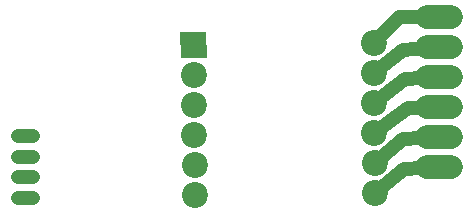
<source format=gbr>
%FSLAX34Y34*%
%MOMM*%
%LNCOPPER_TOP*%
G71*
G01*
%ADD10C,2.000*%
%ADD11C,1.200*%
%ADD12C,2.200*%
%LPD*%
G54D10*
X644400Y180200D02*
X664400Y180200D01*
G54D10*
X644400Y154800D02*
X664400Y154800D01*
G54D10*
X644400Y53200D02*
X664400Y53200D01*
G54D10*
X644400Y129400D02*
X664400Y129400D01*
G54D10*
X644400Y104000D02*
X664400Y104000D01*
G54D10*
X644400Y78600D02*
X664400Y78600D01*
G54D11*
X599226Y157973D02*
X621000Y180000D01*
X654400Y180200D01*
G54D11*
X654400Y154800D02*
X624000Y152000D01*
X599448Y132574D01*
G54D11*
X599669Y107175D02*
X626000Y128000D01*
X654400Y129400D01*
G54D11*
X654400Y104000D02*
X628000Y103000D01*
X599891Y81776D01*
G54D11*
X654400Y78600D02*
X624000Y77000D01*
X600112Y56377D01*
G54D11*
X600334Y30978D02*
X625000Y52000D01*
X654400Y53200D01*
G54D11*
X298500Y79500D02*
X310500Y79500D01*
G54D11*
X298500Y62000D02*
X310500Y62000D01*
G54D11*
X298500Y44500D02*
X310500Y44500D01*
G54D11*
X298500Y27000D02*
X310500Y27000D01*
G36*
X457735Y167739D02*
X457927Y145739D01*
X435928Y145547D01*
X435736Y167547D01*
X457735Y167739D01*
G37*
X447053Y131244D02*
G54D12*
D03*
X447275Y105845D02*
G54D12*
D03*
X447497Y80446D02*
G54D12*
D03*
X447718Y55047D02*
G54D12*
D03*
X447940Y29648D02*
G54D12*
D03*
X600334Y30978D02*
G54D12*
D03*
X600112Y56377D02*
G54D12*
D03*
X599891Y81776D02*
G54D12*
D03*
X599669Y107175D02*
G54D12*
D03*
X599448Y132574D02*
G54D12*
D03*
X599226Y157973D02*
G54D12*
D03*
M02*

</source>
